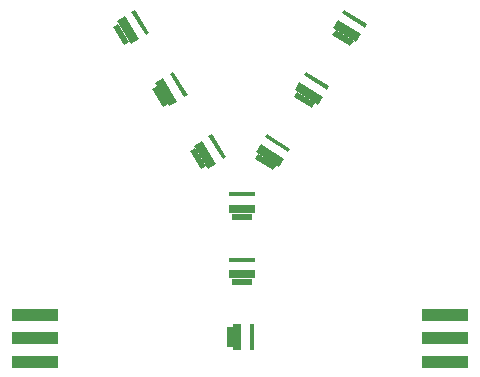
<source format=gts>
G04 #@! TF.FileFunction,Soldermask,Top*
%FSLAX46Y46*%
G04 Gerber Fmt 4.6, Leading zero omitted, Abs format (unit mm)*
G04 Created by KiCad (PCBNEW 4.0.0-rc2-stable) date 3/3/2016 3:49:23 PM*
%MOMM*%
G01*
G04 APERTURE LIST*
%ADD10C,0.150000*%
%ADD11R,0.500000X1.800000*%
%ADD12R,0.320000X2.300000*%
%ADD13R,0.800000X2.300000*%
%ADD14R,1.800000X0.500000*%
%ADD15R,2.300000X0.320000*%
%ADD16R,2.300000X0.800000*%
%ADD17R,4.000000X1.000000*%
%ADD18C,0.600000*%
G04 APERTURE END LIST*
D10*
G36*
X69204163Y-33941470D02*
X67674462Y-32992779D01*
X67937987Y-32567862D01*
X69467688Y-33516553D01*
X69204163Y-33941470D01*
X69204163Y-33941470D01*
G37*
G36*
X70465451Y-32382062D02*
X68510833Y-31169847D01*
X68679489Y-30897900D01*
X70634107Y-32110115D01*
X70465451Y-32382062D01*
X70465451Y-32382062D01*
G37*
G36*
X69680146Y-33648316D02*
X67725528Y-32436100D01*
X68147168Y-31756232D01*
X70101786Y-32968448D01*
X69680146Y-33648316D01*
X69680146Y-33648316D01*
G37*
G36*
X72465819Y-28682259D02*
X70936118Y-27733568D01*
X71199643Y-27308651D01*
X72729344Y-28257342D01*
X72465819Y-28682259D01*
X72465819Y-28682259D01*
G37*
G36*
X73727107Y-27122851D02*
X71772489Y-25910636D01*
X71941145Y-25638689D01*
X73895763Y-26850904D01*
X73727107Y-27122851D01*
X73727107Y-27122851D01*
G37*
G36*
X72941802Y-28389105D02*
X70987184Y-27176889D01*
X71408824Y-26497021D01*
X73363442Y-27709237D01*
X72941802Y-28389105D01*
X72941802Y-28389105D01*
G37*
G36*
X75727473Y-23423050D02*
X74197772Y-22474359D01*
X74461297Y-22049442D01*
X75990998Y-22998133D01*
X75727473Y-23423050D01*
X75727473Y-23423050D01*
G37*
G36*
X76988761Y-21863642D02*
X75034143Y-20651427D01*
X75202799Y-20379480D01*
X77157417Y-21591695D01*
X76988761Y-21863642D01*
X76988761Y-21863642D01*
G37*
G36*
X76203456Y-23129896D02*
X74248838Y-21917680D01*
X74670478Y-21237812D01*
X76625096Y-22450028D01*
X76203456Y-23129896D01*
X76203456Y-23129896D01*
G37*
G36*
X56571225Y-23340572D02*
X55622688Y-21810776D01*
X56047631Y-21547294D01*
X56996168Y-23077090D01*
X56571225Y-23340572D01*
X56571225Y-23340572D01*
G37*
G36*
X58394241Y-22504383D02*
X57182221Y-20549643D01*
X57454185Y-20381015D01*
X58666205Y-22335755D01*
X58394241Y-22504383D01*
X58394241Y-22504383D01*
G37*
G36*
X57127909Y-23289561D02*
X55915889Y-21334821D01*
X56595799Y-20913249D01*
X57807819Y-22867989D01*
X57127909Y-23289561D01*
X57127909Y-23289561D01*
G37*
G36*
X59832543Y-28600408D02*
X58884006Y-27070612D01*
X59308949Y-26807130D01*
X60257486Y-28336926D01*
X59832543Y-28600408D01*
X59832543Y-28600408D01*
G37*
G36*
X61655559Y-27764219D02*
X60443539Y-25809479D01*
X60715503Y-25640851D01*
X61927523Y-27595591D01*
X61655559Y-27764219D01*
X61655559Y-27764219D01*
G37*
G36*
X60389227Y-28549397D02*
X59177207Y-26594657D01*
X59857117Y-26173085D01*
X61069137Y-28127825D01*
X60389227Y-28549397D01*
X60389227Y-28549397D01*
G37*
G36*
X63093861Y-33860246D02*
X62145324Y-32330450D01*
X62570267Y-32066968D01*
X63518804Y-33596764D01*
X63093861Y-33860246D01*
X63093861Y-33860246D01*
G37*
G36*
X64916877Y-33024057D02*
X63704857Y-31069317D01*
X63976821Y-30900689D01*
X65188841Y-32855429D01*
X64916877Y-33024057D01*
X64916877Y-33024057D01*
G37*
G36*
X63650545Y-33809235D02*
X62438525Y-31854495D01*
X63118435Y-31432923D01*
X64330455Y-33387663D01*
X63650545Y-33809235D01*
X63650545Y-33809235D01*
G37*
D11*
X65506020Y-48052030D03*
D12*
X67406020Y-48052030D03*
D13*
X66156020Y-48052030D03*
D14*
X66577130Y-43412085D03*
D15*
X66577130Y-41512085D03*
D16*
X66577130Y-42762085D03*
D14*
X66577130Y-37873280D03*
D15*
X66577130Y-35973280D03*
D16*
X66577130Y-37223280D03*
D17*
X83742890Y-50192207D03*
X83742890Y-48192207D03*
X83742890Y-46192207D03*
D18*
X82742890Y-50192207D03*
X82742890Y-48192207D03*
X82742890Y-46192207D03*
D17*
X49020840Y-46192207D03*
X49020840Y-48192207D03*
X49020840Y-50192207D03*
D18*
X50020840Y-46192207D03*
X50020840Y-48192207D03*
X50020840Y-50192207D03*
M02*

</source>
